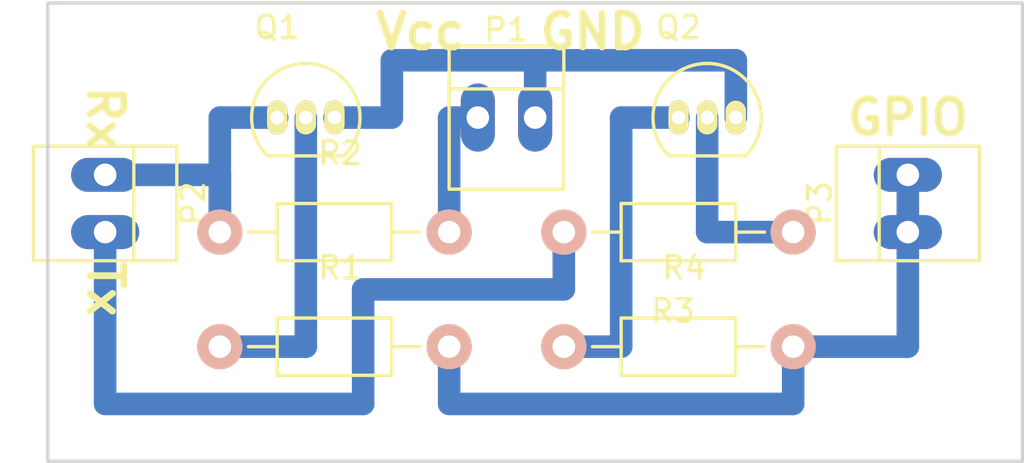
<source format=kicad_pcb>
(kicad_pcb (version 4) (host pcbnew 4.0.0-rc1-stable)

  (general
    (links 12)
    (no_connects 0)
    (area 142.335 88.805 187.715 108.975)
    (thickness 1.6)
    (drawings 9)
    (tracks 31)
    (zones 0)
    (modules 9)
    (nets 9)
  )

  (page A4)
  (layers
    (0 F.Cu signal)
    (31 B.Cu signal)
    (32 B.Adhes user)
    (33 F.Adhes user)
    (34 B.Paste user)
    (35 F.Paste user)
    (36 B.SilkS user)
    (37 F.SilkS user)
    (38 B.Mask user)
    (39 F.Mask user)
    (40 Dwgs.User user)
    (41 Cmts.User user)
    (42 Eco1.User user)
    (43 Eco2.User user)
    (44 Edge.Cuts user)
    (45 Margin user)
    (46 B.CrtYd user)
    (47 F.CrtYd user)
    (48 B.Fab user)
    (49 F.Fab user)
  )

  (setup
    (last_trace_width 1)
    (trace_clearance 0.25)
    (zone_clearance 0.508)
    (zone_45_only no)
    (trace_min 0.2)
    (segment_width 0.2)
    (edge_width 0.15)
    (via_size 1.2)
    (via_drill 1)
    (via_min_size 0.4)
    (via_min_drill 0.3)
    (uvia_size 0.3)
    (uvia_drill 0.1)
    (uvias_allowed no)
    (uvia_min_size 0.2)
    (uvia_min_drill 0.1)
    (pcb_text_width 0.3)
    (pcb_text_size 1.5 1.5)
    (mod_edge_width 0.15)
    (mod_text_size 1 1)
    (mod_text_width 0.15)
    (pad_size 1.524 1.524)
    (pad_drill 0.762)
    (pad_to_mask_clearance 0.2)
    (aux_axis_origin 0 0)
    (visible_elements FFFFFF7F)
    (pcbplotparams
      (layerselection 0x00030_80000001)
      (usegerberextensions false)
      (excludeedgelayer true)
      (linewidth 0.100000)
      (plotframeref false)
      (viasonmask false)
      (mode 1)
      (useauxorigin false)
      (hpglpennumber 1)
      (hpglpenspeed 20)
      (hpglpendiameter 15)
      (hpglpenoverlay 2)
      (psnegative false)
      (psa4output false)
      (plotreference true)
      (plotvalue true)
      (plotinvisibletext false)
      (padsonsilk false)
      (subtractmaskfromsilk false)
      (outputformat 1)
      (mirror false)
      (drillshape 1)
      (scaleselection 1)
      (outputdirectory ""))
  )

  (net 0 "")
  (net 1 VCC)
  (net 2 GND)
  (net 3 /RX)
  (net 4 /TX)
  (net 5 /GPIO)
  (net 6 "Net-(Q1-Pad2)")
  (net 7 "Net-(Q2-Pad2)")
  (net 8 "Net-(Q2-Pad1)")

  (net_class Default "This is the default net class."
    (clearance 0.25)
    (trace_width 1)
    (via_dia 1.2)
    (via_drill 1)
    (uvia_dia 0.3)
    (uvia_drill 0.1)
    (add_net /GPIO)
    (add_net /RX)
    (add_net /TX)
    (add_net GND)
    (add_net "Net-(Q1-Pad2)")
    (add_net "Net-(Q2-Pad1)")
    (add_net "Net-(Q2-Pad2)")
    (add_net VCC)
  )

  (module Connect:PINHEAD1-2 (layer F.Cu) (tedit 0) (tstamp 5638E8FB)
    (at 165.1 93.98)
    (path /5638DF84)
    (attr virtual)
    (fp_text reference P1 (at 0 -3.9) (layer F.SilkS)
      (effects (font (size 1 1) (thickness 0.15)))
    )
    (fp_text value CONN_01X02 (at 0 3.81) (layer F.Fab)
      (effects (font (size 1 1) (thickness 0.15)))
    )
    (fp_line (start 2.54 -1.27) (end -2.54 -1.27) (layer F.SilkS) (width 0.15))
    (fp_line (start 2.54 3.175) (end -2.54 3.175) (layer F.SilkS) (width 0.15))
    (fp_line (start -2.54 -3.175) (end 2.54 -3.175) (layer F.SilkS) (width 0.15))
    (fp_line (start -2.54 -3.175) (end -2.54 3.175) (layer F.SilkS) (width 0.15))
    (fp_line (start 2.54 -3.175) (end 2.54 3.175) (layer F.SilkS) (width 0.15))
    (pad 1 thru_hole oval (at -1.27 0) (size 1.50622 3.01498) (drill 0.99822) (layers *.Cu *.Mask)
      (net 1 VCC))
    (pad 2 thru_hole oval (at 1.27 0) (size 1.50622 3.01498) (drill 0.99822) (layers *.Cu *.Mask)
      (net 2 GND))
  )

  (module Connect:PINHEAD1-2 (layer F.Cu) (tedit 0) (tstamp 5638E901)
    (at 147.32 97.79 270)
    (path /5638E062)
    (attr virtual)
    (fp_text reference P2 (at 0 -3.9 270) (layer F.SilkS)
      (effects (font (size 1 1) (thickness 0.15)))
    )
    (fp_text value CONN_01X02 (at 0 3.81 270) (layer F.Fab)
      (effects (font (size 1 1) (thickness 0.15)))
    )
    (fp_line (start 2.54 -1.27) (end -2.54 -1.27) (layer F.SilkS) (width 0.15))
    (fp_line (start 2.54 3.175) (end -2.54 3.175) (layer F.SilkS) (width 0.15))
    (fp_line (start -2.54 -3.175) (end 2.54 -3.175) (layer F.SilkS) (width 0.15))
    (fp_line (start -2.54 -3.175) (end -2.54 3.175) (layer F.SilkS) (width 0.15))
    (fp_line (start 2.54 -3.175) (end 2.54 3.175) (layer F.SilkS) (width 0.15))
    (pad 1 thru_hole oval (at -1.27 0 270) (size 1.50622 3.01498) (drill 0.99822) (layers *.Cu *.Mask)
      (net 3 /RX))
    (pad 2 thru_hole oval (at 1.27 0 270) (size 1.50622 3.01498) (drill 0.99822) (layers *.Cu *.Mask)
      (net 4 /TX))
  )

  (module Connect:PINHEAD1-2 (layer F.Cu) (tedit 0) (tstamp 5638E907)
    (at 182.88 97.79 90)
    (path /5638E08E)
    (attr virtual)
    (fp_text reference P3 (at 0 -3.9 90) (layer F.SilkS)
      (effects (font (size 1 1) (thickness 0.15)))
    )
    (fp_text value CONN_01X02 (at 0 3.81 90) (layer F.Fab)
      (effects (font (size 1 1) (thickness 0.15)))
    )
    (fp_line (start 2.54 -1.27) (end -2.54 -1.27) (layer F.SilkS) (width 0.15))
    (fp_line (start 2.54 3.175) (end -2.54 3.175) (layer F.SilkS) (width 0.15))
    (fp_line (start -2.54 -3.175) (end 2.54 -3.175) (layer F.SilkS) (width 0.15))
    (fp_line (start -2.54 -3.175) (end -2.54 3.175) (layer F.SilkS) (width 0.15))
    (fp_line (start 2.54 -3.175) (end 2.54 3.175) (layer F.SilkS) (width 0.15))
    (pad 1 thru_hole oval (at -1.27 0 90) (size 1.50622 3.01498) (drill 0.99822) (layers *.Cu *.Mask)
      (net 5 /GPIO))
    (pad 2 thru_hole oval (at 1.27 0 90) (size 1.50622 3.01498) (drill 0.99822) (layers *.Cu *.Mask)
      (net 5 /GPIO))
  )

  (module TO_SOT_Packages_THT:TO-92_Inline_Narrow_Oval (layer F.Cu) (tedit 54F24281) (tstamp 5638E90E)
    (at 154.94 93.98)
    (descr "TO-92 leads in-line, narrow, oval pads, drill 0.6mm (see NXP sot054_po.pdf)")
    (tags "to-92 sc-43 sc-43a sot54 PA33 transistor")
    (path /5638E31D)
    (fp_text reference Q1 (at 0 -4) (layer F.SilkS)
      (effects (font (size 1 1) (thickness 0.15)))
    )
    (fp_text value Q_NPN_CBE (at 0 3) (layer F.Fab)
      (effects (font (size 1 1) (thickness 0.15)))
    )
    (fp_line (start -1.4 1.95) (end -1.4 -2.65) (layer F.CrtYd) (width 0.05))
    (fp_line (start -1.4 1.95) (end 3.95 1.95) (layer F.CrtYd) (width 0.05))
    (fp_line (start -0.43 1.7) (end 2.97 1.7) (layer F.SilkS) (width 0.15))
    (fp_arc (start 1.27 0) (end 1.27 -2.4) (angle -135) (layer F.SilkS) (width 0.15))
    (fp_arc (start 1.27 0) (end 1.27 -2.4) (angle 135) (layer F.SilkS) (width 0.15))
    (fp_line (start -1.4 -2.65) (end 3.95 -2.65) (layer F.CrtYd) (width 0.05))
    (fp_line (start 3.95 1.95) (end 3.95 -2.65) (layer F.CrtYd) (width 0.05))
    (pad 2 thru_hole oval (at 1.27 0 180) (size 0.89916 1.50114) (drill 0.6) (layers *.Cu *.Mask F.SilkS)
      (net 6 "Net-(Q1-Pad2)"))
    (pad 3 thru_hole oval (at 2.54 0 180) (size 0.89916 1.50114) (drill 0.6) (layers *.Cu *.Mask F.SilkS)
      (net 2 GND))
    (pad 1 thru_hole oval (at 0 0 180) (size 0.89916 1.50114) (drill 0.6) (layers *.Cu *.Mask F.SilkS)
      (net 3 /RX))
    (model TO_SOT_Packages_THT.3dshapes/TO-92_Inline_Narrow_Oval.wrl
      (at (xyz 0.05 0 0))
      (scale (xyz 1 1 1))
      (rotate (xyz 0 0 -90))
    )
  )

  (module TO_SOT_Packages_THT:TO-92_Inline_Narrow_Oval (layer F.Cu) (tedit 54F24281) (tstamp 5638E915)
    (at 172.72 93.98)
    (descr "TO-92 leads in-line, narrow, oval pads, drill 0.6mm (see NXP sot054_po.pdf)")
    (tags "to-92 sc-43 sc-43a sot54 PA33 transistor")
    (path /5638EA41)
    (fp_text reference Q2 (at 0 -4) (layer F.SilkS)
      (effects (font (size 1 1) (thickness 0.15)))
    )
    (fp_text value Q_NPN_CBE (at 0 3) (layer F.Fab)
      (effects (font (size 1 1) (thickness 0.15)))
    )
    (fp_line (start -1.4 1.95) (end -1.4 -2.65) (layer F.CrtYd) (width 0.05))
    (fp_line (start -1.4 1.95) (end 3.95 1.95) (layer F.CrtYd) (width 0.05))
    (fp_line (start -0.43 1.7) (end 2.97 1.7) (layer F.SilkS) (width 0.15))
    (fp_arc (start 1.27 0) (end 1.27 -2.4) (angle -135) (layer F.SilkS) (width 0.15))
    (fp_arc (start 1.27 0) (end 1.27 -2.4) (angle 135) (layer F.SilkS) (width 0.15))
    (fp_line (start -1.4 -2.65) (end 3.95 -2.65) (layer F.CrtYd) (width 0.05))
    (fp_line (start 3.95 1.95) (end 3.95 -2.65) (layer F.CrtYd) (width 0.05))
    (pad 2 thru_hole oval (at 1.27 0 180) (size 0.89916 1.50114) (drill 0.6) (layers *.Cu *.Mask F.SilkS)
      (net 7 "Net-(Q2-Pad2)"))
    (pad 3 thru_hole oval (at 2.54 0 180) (size 0.89916 1.50114) (drill 0.6) (layers *.Cu *.Mask F.SilkS)
      (net 2 GND))
    (pad 1 thru_hole oval (at 0 0 180) (size 0.89916 1.50114) (drill 0.6) (layers *.Cu *.Mask F.SilkS)
      (net 8 "Net-(Q2-Pad1)"))
    (model TO_SOT_Packages_THT.3dshapes/TO-92_Inline_Narrow_Oval.wrl
      (at (xyz 0.05 0 0))
      (scale (xyz 1 1 1))
      (rotate (xyz 0 0 -90))
    )
  )

  (module Resistors_ThroughHole:Resistor_Horizontal_RM10mm (layer F.Cu) (tedit 53F56209) (tstamp 5638E91B)
    (at 157.48 104.14)
    (descr "Resistor, Axial,  RM 10mm, 1/3W,")
    (tags "Resistor, Axial, RM 10mm, 1/3W,")
    (path /5638E2C6)
    (fp_text reference R1 (at 0.24892 -3.50012) (layer F.SilkS)
      (effects (font (size 1 1) (thickness 0.15)))
    )
    (fp_text value R (at 3.81 3.81) (layer F.Fab)
      (effects (font (size 1 1) (thickness 0.15)))
    )
    (fp_line (start -2.54 -1.27) (end 2.54 -1.27) (layer F.SilkS) (width 0.15))
    (fp_line (start 2.54 -1.27) (end 2.54 1.27) (layer F.SilkS) (width 0.15))
    (fp_line (start 2.54 1.27) (end -2.54 1.27) (layer F.SilkS) (width 0.15))
    (fp_line (start -2.54 1.27) (end -2.54 -1.27) (layer F.SilkS) (width 0.15))
    (fp_line (start -2.54 0) (end -3.81 0) (layer F.SilkS) (width 0.15))
    (fp_line (start 2.54 0) (end 3.81 0) (layer F.SilkS) (width 0.15))
    (pad 1 thru_hole circle (at -5.08 0) (size 1.99898 1.99898) (drill 1.00076) (layers *.Cu *.SilkS *.Mask)
      (net 6 "Net-(Q1-Pad2)"))
    (pad 2 thru_hole circle (at 5.08 0) (size 1.99898 1.99898) (drill 1.00076) (layers *.Cu *.SilkS *.Mask)
      (net 5 /GPIO))
    (model Resistors_ThroughHole.3dshapes/Resistor_Horizontal_RM10mm.wrl
      (at (xyz 0 0 0))
      (scale (xyz 0.4 0.4 0.4))
      (rotate (xyz 0 0 0))
    )
  )

  (module Resistors_ThroughHole:Resistor_Horizontal_RM10mm (layer F.Cu) (tedit 53F56209) (tstamp 5638E921)
    (at 157.48 99.06)
    (descr "Resistor, Axial,  RM 10mm, 1/3W,")
    (tags "Resistor, Axial, RM 10mm, 1/3W,")
    (path /5638E56F)
    (fp_text reference R2 (at 0.24892 -3.50012) (layer F.SilkS)
      (effects (font (size 1 1) (thickness 0.15)))
    )
    (fp_text value 10K (at 3.81 3.81) (layer F.Fab)
      (effects (font (size 1 1) (thickness 0.15)))
    )
    (fp_line (start -2.54 -1.27) (end 2.54 -1.27) (layer F.SilkS) (width 0.15))
    (fp_line (start 2.54 -1.27) (end 2.54 1.27) (layer F.SilkS) (width 0.15))
    (fp_line (start 2.54 1.27) (end -2.54 1.27) (layer F.SilkS) (width 0.15))
    (fp_line (start -2.54 1.27) (end -2.54 -1.27) (layer F.SilkS) (width 0.15))
    (fp_line (start -2.54 0) (end -3.81 0) (layer F.SilkS) (width 0.15))
    (fp_line (start 2.54 0) (end 3.81 0) (layer F.SilkS) (width 0.15))
    (pad 1 thru_hole circle (at -5.08 0) (size 1.99898 1.99898) (drill 1.00076) (layers *.Cu *.SilkS *.Mask)
      (net 3 /RX))
    (pad 2 thru_hole circle (at 5.08 0) (size 1.99898 1.99898) (drill 1.00076) (layers *.Cu *.SilkS *.Mask)
      (net 1 VCC))
    (model Resistors_ThroughHole.3dshapes/Resistor_Horizontal_RM10mm.wrl
      (at (xyz 0 0 0))
      (scale (xyz 0.4 0.4 0.4))
      (rotate (xyz 0 0 0))
    )
  )

  (module Resistors_ThroughHole:Resistor_Horizontal_RM10mm (layer F.Cu) (tedit 53F56209) (tstamp 5638E927)
    (at 172.72 99.06 180)
    (descr "Resistor, Axial,  RM 10mm, 1/3W,")
    (tags "Resistor, Axial, RM 10mm, 1/3W,")
    (path /563906DD)
    (fp_text reference R3 (at 0.24892 -3.50012 180) (layer F.SilkS)
      (effects (font (size 1 1) (thickness 0.15)))
    )
    (fp_text value R (at 3.81 3.81 180) (layer F.Fab)
      (effects (font (size 1 1) (thickness 0.15)))
    )
    (fp_line (start -2.54 -1.27) (end 2.54 -1.27) (layer F.SilkS) (width 0.15))
    (fp_line (start 2.54 -1.27) (end 2.54 1.27) (layer F.SilkS) (width 0.15))
    (fp_line (start 2.54 1.27) (end -2.54 1.27) (layer F.SilkS) (width 0.15))
    (fp_line (start -2.54 1.27) (end -2.54 -1.27) (layer F.SilkS) (width 0.15))
    (fp_line (start -2.54 0) (end -3.81 0) (layer F.SilkS) (width 0.15))
    (fp_line (start 2.54 0) (end 3.81 0) (layer F.SilkS) (width 0.15))
    (pad 1 thru_hole circle (at -5.08 0 180) (size 1.99898 1.99898) (drill 1.00076) (layers *.Cu *.SilkS *.Mask)
      (net 7 "Net-(Q2-Pad2)"))
    (pad 2 thru_hole circle (at 5.08 0 180) (size 1.99898 1.99898) (drill 1.00076) (layers *.Cu *.SilkS *.Mask)
      (net 4 /TX))
    (model Resistors_ThroughHole.3dshapes/Resistor_Horizontal_RM10mm.wrl
      (at (xyz 0 0 0))
      (scale (xyz 0.4 0.4 0.4))
      (rotate (xyz 0 0 0))
    )
  )

  (module Resistors_ThroughHole:Resistor_Horizontal_RM10mm (layer F.Cu) (tedit 53F56209) (tstamp 5638E92D)
    (at 172.72 104.14)
    (descr "Resistor, Axial,  RM 10mm, 1/3W,")
    (tags "Resistor, Axial, RM 10mm, 1/3W,")
    (path /5638EB10)
    (fp_text reference R4 (at 0.24892 -3.50012) (layer F.SilkS)
      (effects (font (size 1 1) (thickness 0.15)))
    )
    (fp_text value 1R (at 3.81 3.81) (layer F.Fab)
      (effects (font (size 1 1) (thickness 0.15)))
    )
    (fp_line (start -2.54 -1.27) (end 2.54 -1.27) (layer F.SilkS) (width 0.15))
    (fp_line (start 2.54 -1.27) (end 2.54 1.27) (layer F.SilkS) (width 0.15))
    (fp_line (start 2.54 1.27) (end -2.54 1.27) (layer F.SilkS) (width 0.15))
    (fp_line (start -2.54 1.27) (end -2.54 -1.27) (layer F.SilkS) (width 0.15))
    (fp_line (start -2.54 0) (end -3.81 0) (layer F.SilkS) (width 0.15))
    (fp_line (start 2.54 0) (end 3.81 0) (layer F.SilkS) (width 0.15))
    (pad 1 thru_hole circle (at -5.08 0) (size 1.99898 1.99898) (drill 1.00076) (layers *.Cu *.SilkS *.Mask)
      (net 8 "Net-(Q2-Pad1)"))
    (pad 2 thru_hole circle (at 5.08 0) (size 1.99898 1.99898) (drill 1.00076) (layers *.Cu *.SilkS *.Mask)
      (net 5 /GPIO))
    (model Resistors_ThroughHole.3dshapes/Resistor_Horizontal_RM10mm.wrl
      (at (xyz 0 0 0))
      (scale (xyz 0.4 0.4 0.4))
      (rotate (xyz 0 0 0))
    )
  )

  (gr_text GND (at 168.91 90.17) (layer F.SilkS)
    (effects (font (size 1.5 1.5) (thickness 0.3)))
  )
  (gr_text Vcc (at 161.29 90.17) (layer F.SilkS)
    (effects (font (size 1.5 1.5) (thickness 0.3)))
  )
  (gr_text GPIO (at 182.88 93.98) (layer F.SilkS)
    (effects (font (size 1.5 1.5) (thickness 0.3)))
  )
  (gr_text Tx (at 147.32 101.6 270) (layer F.SilkS)
    (effects (font (size 1.5 1.5) (thickness 0.3)))
  )
  (gr_text Rx (at 147.32 93.98 270) (layer F.SilkS)
    (effects (font (size 1.5 1.5) (thickness 0.3)))
  )
  (gr_line (start 187.96 88.9) (end 144.78 88.9) (angle 90) (layer Edge.Cuts) (width 0.15))
  (gr_line (start 187.96 109.22) (end 187.96 88.9) (angle 90) (layer Edge.Cuts) (width 0.15))
  (gr_line (start 144.78 109.22) (end 187.96 109.22) (angle 90) (layer Edge.Cuts) (width 0.15))
  (gr_line (start 144.78 88.9) (end 144.78 109.22) (angle 90) (layer Edge.Cuts) (width 0.15))

  (segment (start 162.56 99.06) (end 162.56 93.98) (width 1) (layer B.Cu) (net 1) (status 400000))
  (segment (start 162.56 93.98) (end 163.83 93.98) (width 1) (layer B.Cu) (net 1) (tstamp 5638EB76) (status 800000))
  (segment (start 175.26 93.98) (end 175.26 91.44) (width 1) (layer B.Cu) (net 2))
  (segment (start 175.26 91.44) (end 166.37 91.44) (width 1) (layer B.Cu) (net 2) (tstamp 5638EB57))
  (segment (start 166.37 93.98) (end 166.37 91.44) (width 1) (layer B.Cu) (net 2))
  (segment (start 160.02 93.98) (end 157.48 93.98) (width 1) (layer B.Cu) (net 2))
  (segment (start 166.37 91.44) (end 160.02 91.44) (width 1) (layer B.Cu) (net 2) (tstamp 5638EB4B))
  (segment (start 160.02 91.44) (end 160.02 93.98) (width 1) (layer B.Cu) (net 2) (tstamp 5638EB4C))
  (segment (start 152.4 99.06) (end 152.4 96.52) (width 1) (layer B.Cu) (net 3))
  (segment (start 152.4 96.52) (end 147.32 96.52) (width 1) (layer B.Cu) (net 3) (tstamp 5638EB3A))
  (segment (start 154.94 93.98) (end 152.4 93.98) (width 1) (layer B.Cu) (net 3))
  (segment (start 152.4 93.98) (end 152.4 99.06) (width 1) (layer B.Cu) (net 3) (tstamp 5638EB2A))
  (segment (start 152.4 96.52) (end 152.4 99.06) (width 1) (layer B.Cu) (net 3) (tstamp 5638EB21))
  (segment (start 147.32 99.06) (end 147.32 106.68) (width 1) (layer B.Cu) (net 4))
  (segment (start 147.32 106.68) (end 158.75 106.68) (width 1) (layer B.Cu) (net 4) (tstamp 5638EB17))
  (segment (start 158.75 106.68) (end 158.75 101.6) (width 1) (layer B.Cu) (net 4) (tstamp 5638EB19))
  (segment (start 158.75 101.6) (end 167.64 101.6) (width 1) (layer B.Cu) (net 4) (tstamp 5638EB1A))
  (segment (start 167.64 101.6) (end 167.64 99.06) (width 1) (layer B.Cu) (net 4) (tstamp 5638EB1B))
  (segment (start 182.88 99.06) (end 182.88 96.52) (width 1) (layer B.Cu) (net 5) (status C00000))
  (segment (start 177.8 104.14) (end 182.88 104.14) (width 1) (layer B.Cu) (net 5) (status 400000))
  (segment (start 182.88 104.14) (end 182.88 99.06) (width 1) (layer B.Cu) (net 5) (tstamp 5638EB71) (status 800000))
  (segment (start 177.8 104.14) (end 177.8 106.68) (width 1) (layer B.Cu) (net 5) (status 400000))
  (segment (start 162.56 106.68) (end 162.56 104.14) (width 1) (layer B.Cu) (net 5) (tstamp 5638EB6E) (status 800000))
  (segment (start 177.8 106.68) (end 162.56 106.68) (width 1) (layer B.Cu) (net 5) (tstamp 5638EB6D))
  (segment (start 152.4 104.14) (end 156.21 104.14) (width 1) (layer B.Cu) (net 6))
  (segment (start 156.21 104.14) (end 156.21 93.98) (width 1) (layer B.Cu) (net 6) (tstamp 5638EB43))
  (segment (start 177.8 99.06) (end 173.99 99.06) (width 1) (layer B.Cu) (net 7))
  (segment (start 173.99 99.06) (end 173.99 93.98) (width 1) (layer B.Cu) (net 7) (tstamp 5638EB60))
  (segment (start 172.72 93.98) (end 170.18 93.98) (width 1) (layer B.Cu) (net 8) (status 400000))
  (segment (start 170.18 104.14) (end 167.64 104.14) (width 1) (layer B.Cu) (net 8) (tstamp 5638EB67) (status 800000))
  (segment (start 170.18 93.98) (end 170.18 104.14) (width 1) (layer B.Cu) (net 8) (tstamp 5638EB66))

)

</source>
